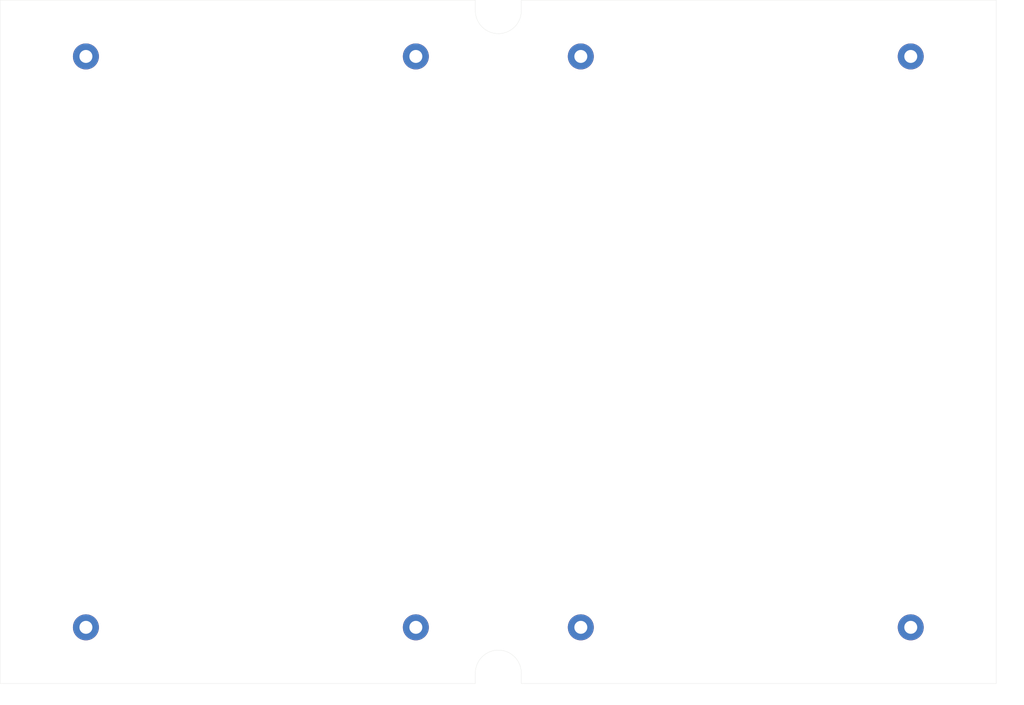
<source format=kicad_pcb>
(kicad_pcb (version 20171130) (host pcbnew "(5.1.4)-1")

  (general
    (thickness 1.6)
    (drawings 14)
    (tracks 0)
    (zones 0)
    (modules 8)
    (nets 1)
  )

  (page A3)
  (layers
    (0 F.Cu signal)
    (31 B.Cu signal)
    (32 B.Adhes user)
    (33 F.Adhes user)
    (34 B.Paste user)
    (35 F.Paste user)
    (36 B.SilkS user)
    (37 F.SilkS user)
    (38 B.Mask user)
    (39 F.Mask user)
    (40 Dwgs.User user)
    (41 Cmts.User user)
    (42 Eco1.User user)
    (43 Eco2.User user)
    (44 Edge.Cuts user)
    (45 Margin user)
    (46 B.CrtYd user)
    (47 F.CrtYd user)
    (48 B.Fab user)
    (49 F.Fab user)
  )

  (setup
    (last_trace_width 0.25)
    (trace_clearance 0.2)
    (zone_clearance 0.508)
    (zone_45_only no)
    (trace_min 0.2)
    (via_size 0.8)
    (via_drill 0.4)
    (via_min_size 0.4)
    (via_min_drill 0.3)
    (uvia_size 0.3)
    (uvia_drill 0.1)
    (uvias_allowed no)
    (uvia_min_size 0.2)
    (uvia_min_drill 0.1)
    (edge_width 0.05)
    (segment_width 0.2)
    (pcb_text_width 0.3)
    (pcb_text_size 1.5 1.5)
    (mod_edge_width 0.12)
    (mod_text_size 1 1)
    (mod_text_width 0.15)
    (pad_size 7 7)
    (pad_drill 3.5)
    (pad_to_mask_clearance 0.051)
    (solder_mask_min_width 0.25)
    (aux_axis_origin 0 0)
    (visible_elements 7FFFFFFF)
    (pcbplotparams
      (layerselection 0x010fc_ffffffff)
      (usegerberextensions false)
      (usegerberattributes false)
      (usegerberadvancedattributes false)
      (creategerberjobfile false)
      (excludeedgelayer true)
      (linewidth 0.100000)
      (plotframeref false)
      (viasonmask false)
      (mode 1)
      (useauxorigin false)
      (hpglpennumber 1)
      (hpglpenspeed 20)
      (hpglpendiameter 15.000000)
      (psnegative false)
      (psa4output false)
      (plotreference true)
      (plotvalue true)
      (plotinvisibletext false)
      (padsonsilk false)
      (subtractmaskfromsilk false)
      (outputformat 1)
      (mirror false)
      (drillshape 1)
      (scaleselection 1)
      (outputdirectory ""))
  )

  (net 0 "")

  (net_class Default "This is the default net class."
    (clearance 0.2)
    (trace_width 0.25)
    (via_dia 0.8)
    (via_drill 0.4)
    (uvia_dia 0.3)
    (uvia_drill 0.1)
  )

  (module MountingHole:MountingHole_3.5mm_Pad (layer F.Cu) (tedit 5D744D3B) (tstamp 5D744DDF)
    (at 260.6 30.15)
    (descr "Mounting Hole 3.5mm")
    (tags "mounting hole 3.5mm")
    (attr virtual)
    (fp_text reference ~ (at 0 -4.5) (layer F.SilkS) hide
      (effects (font (size 1 1) (thickness 0.15)))
    )
    (fp_text value ~ (at 0 4.5) (layer F.Fab) hide
      (effects (font (size 1 1) (thickness 0.15)))
    )
    (fp_text user %R (at 0.3 0) (layer F.Fab)
      (effects (font (size 1 1) (thickness 0.15)))
    )
    (fp_circle (center 0 0) (end 3.5 0) (layer Cmts.User) (width 0.15))
    (fp_circle (center 0 0) (end 3.75 0) (layer F.CrtYd) (width 0.05))
    (pad ~ thru_hole circle (at 0 0) (size 7 7) (drill 3.5) (layers *.Cu *.Mask))
  )

  (module MountingHole:MountingHole_3.5mm_Pad (layer F.Cu) (tedit 5D744D3B) (tstamp 5D744DD0)
    (at 260.6 184.15)
    (descr "Mounting Hole 3.5mm")
    (tags "mounting hole 3.5mm")
    (attr virtual)
    (fp_text reference ~ (at 0 -4.5) (layer F.SilkS) hide
      (effects (font (size 1 1) (thickness 0.15)))
    )
    (fp_text value ~ (at 0 4.5) (layer F.Fab) hide
      (effects (font (size 1 1) (thickness 0.15)))
    )
    (fp_circle (center 0 0) (end 3.75 0) (layer F.CrtYd) (width 0.05))
    (fp_circle (center 0 0) (end 3.5 0) (layer Cmts.User) (width 0.15))
    (fp_text user %R (at 0.3 0) (layer F.Fab)
      (effects (font (size 1 1) (thickness 0.15)))
    )
    (pad ~ thru_hole circle (at 0 0) (size 7 7) (drill 3.5) (layers *.Cu *.Mask))
  )

  (module MountingHole:MountingHole_3.5mm_Pad (layer F.Cu) (tedit 5D744D3B) (tstamp 5D744DC1)
    (at 38.1 184.15)
    (descr "Mounting Hole 3.5mm")
    (tags "mounting hole 3.5mm")
    (attr virtual)
    (fp_text reference ~ (at 0 -4.5) (layer F.SilkS) hide
      (effects (font (size 1 1) (thickness 0.15)))
    )
    (fp_text value ~ (at 0 4.5) (layer F.Fab) hide
      (effects (font (size 1 1) (thickness 0.15)))
    )
    (fp_circle (center 0 0) (end 3.75 0) (layer F.CrtYd) (width 0.05))
    (fp_circle (center 0 0) (end 3.5 0) (layer Cmts.User) (width 0.15))
    (fp_text user %R (at 0.3 0) (layer F.Fab)
      (effects (font (size 1 1) (thickness 0.15)))
    )
    (pad ~ thru_hole circle (at 0 0) (size 7 7) (drill 3.5) (layers *.Cu *.Mask))
  )

  (module MountingHole:MountingHole_3.5mm_Pad (layer F.Cu) (tedit 5D744D3B) (tstamp 5D744DB1)
    (at 38.1 30.15)
    (descr "Mounting Hole 3.5mm")
    (tags "mounting hole 3.5mm")
    (attr virtual)
    (fp_text reference ~ (at 0 -4.5) (layer F.SilkS) hide
      (effects (font (size 1 1) (thickness 0.15)))
    )
    (fp_text value ~ (at 0 4.5) (layer F.Fab) hide
      (effects (font (size 1 1) (thickness 0.15)))
    )
    (fp_text user %R (at 0.3 0) (layer F.Fab)
      (effects (font (size 1 1) (thickness 0.15)))
    )
    (fp_circle (center 0 0) (end 3.5 0) (layer Cmts.User) (width 0.15))
    (fp_circle (center 0 0) (end 3.75 0) (layer F.CrtYd) (width 0.05))
    (pad ~ thru_hole circle (at 0 0) (size 7 7) (drill 3.5) (layers *.Cu *.Mask))
  )

  (module MountingHole:MountingHole_3.5mm_Pad (layer F.Cu) (tedit 5D744D3B) (tstamp 5D744D9A)
    (at 127.1 184.15)
    (descr "Mounting Hole 3.5mm")
    (tags "mounting hole 3.5mm")
    (attr virtual)
    (fp_text reference ~ (at 0 -4.5) (layer F.SilkS) hide
      (effects (font (size 1 1) (thickness 0.15)))
    )
    (fp_text value ~ (at 0 4.5) (layer F.Fab) hide
      (effects (font (size 1 1) (thickness 0.15)))
    )
    (fp_text user %R (at 0.3 0) (layer F.Fab)
      (effects (font (size 1 1) (thickness 0.15)))
    )
    (fp_circle (center 0 0) (end 3.5 0) (layer Cmts.User) (width 0.15))
    (fp_circle (center 0 0) (end 3.75 0) (layer F.CrtYd) (width 0.05))
    (pad ~ thru_hole circle (at 0 0) (size 7 7) (drill 3.5) (layers *.Cu *.Mask))
  )

  (module MountingHole:MountingHole_3.5mm_Pad (layer F.Cu) (tedit 5D744D3B) (tstamp 5D744D8C)
    (at 127.1 30.15)
    (descr "Mounting Hole 3.5mm")
    (tags "mounting hole 3.5mm")
    (attr virtual)
    (fp_text reference ~ (at 0 -4.5) (layer F.SilkS) hide
      (effects (font (size 1 1) (thickness 0.15)))
    )
    (fp_text value ~ (at 0 4.5) (layer F.Fab) hide
      (effects (font (size 1 1) (thickness 0.15)))
    )
    (fp_circle (center 0 0) (end 3.75 0) (layer F.CrtYd) (width 0.05))
    (fp_circle (center 0 0) (end 3.5 0) (layer Cmts.User) (width 0.15))
    (fp_text user %R (at 0.3 0) (layer F.Fab)
      (effects (font (size 1 1) (thickness 0.15)))
    )
    (pad ~ thru_hole circle (at 0 0) (size 7 7) (drill 3.5) (layers *.Cu *.Mask))
  )

  (module MountingHole:MountingHole_3.5mm_Pad (layer F.Cu) (tedit 5D744D3B) (tstamp 5D744D6F)
    (at 171.6 184.15)
    (descr "Mounting Hole 3.5mm")
    (tags "mounting hole 3.5mm")
    (attr virtual)
    (fp_text reference ~ (at 0 -4.5) (layer F.SilkS) hide
      (effects (font (size 1 1) (thickness 0.15)))
    )
    (fp_text value ~ (at 0 4.5) (layer F.Fab) hide
      (effects (font (size 1 1) (thickness 0.15)))
    )
    (fp_text user %R (at 0.3 0) (layer F.Fab)
      (effects (font (size 1 1) (thickness 0.15)))
    )
    (fp_circle (center 0 0) (end 3.5 0) (layer Cmts.User) (width 0.15))
    (fp_circle (center 0 0) (end 3.75 0) (layer F.CrtYd) (width 0.05))
    (pad ~ thru_hole circle (at 0 0) (size 7 7) (drill 3.5) (layers *.Cu *.Mask))
  )

  (module MountingHole:MountingHole_3.5mm_Pad (layer F.Cu) (tedit 5D744D3B) (tstamp 5D744D40)
    (at 171.6 30.15)
    (descr "Mounting Hole 3.5mm")
    (tags "mounting hole 3.5mm")
    (attr virtual)
    (fp_text reference ~ (at 0 -4.5) (layer F.SilkS) hide
      (effects (font (size 1 1) (thickness 0.15)))
    )
    (fp_text value ~ (at 0 4.5) (layer F.Fab) hide
      (effects (font (size 1 1) (thickness 0.15)))
    )
    (fp_circle (center 0 0) (end 3.75 0) (layer F.CrtYd) (width 0.05))
    (fp_circle (center 0 0) (end 3.5 0) (layer Cmts.User) (width 0.15))
    (fp_text user %R (at 0.3 0) (layer F.Fab)
      (effects (font (size 1 1) (thickness 0.15)))
    )
    (pad ~ thru_hole circle (at 0 0) (size 7 7) (drill 3.5) (layers *.Cu *.Mask))
  )

  (gr_arc (start 149.35 196.5) (end 155.55 196.5) (angle -180) (layer Edge.Cuts) (width 0.05) (tstamp 5D744D08))
  (gr_line (start 155.55 199.3) (end 283.7 199.3) (layer Edge.Cuts) (width 0.05) (tstamp 5D744D02))
  (gr_line (start 143.15 196.5) (end 143.15 199.3) (layer Edge.Cuts) (width 0.05) (tstamp 5D744CED))
  (gr_line (start 155.55 196.5) (end 155.55 199.3) (layer Edge.Cuts) (width 0.05) (tstamp 5D744CE2))
  (gr_arc (start 149.35 17.8) (end 143.15 17.8) (angle -180) (layer Edge.Cuts) (width 0.05))
  (gr_line (start 155.55 15) (end 283.7 15) (layer Edge.Cuts) (width 0.05) (tstamp 5D744CB3))
  (gr_line (start 143.15 15) (end 143.15 17.8) (layer Edge.Cuts) (width 0.05) (tstamp 5D744C9F))
  (gr_line (start 155.55 15) (end 155.55 17.8) (layer Edge.Cuts) (width 0.05))
  (dimension 268.7 (width 0.15) (layer Dwgs.User)
    (gr_text "268,700 mm" (at 149.35 205.8) (layer Dwgs.User)
      (effects (font (size 1 1) (thickness 0.15)))
    )
    (feature1 (pts (xy 15 199.3) (xy 15 205.086421)))
    (feature2 (pts (xy 283.7 199.3) (xy 283.7 205.086421)))
    (crossbar (pts (xy 283.7 204.5) (xy 15 204.5)))
    (arrow1a (pts (xy 15 204.5) (xy 16.126504 203.913579)))
    (arrow1b (pts (xy 15 204.5) (xy 16.126504 205.086421)))
    (arrow2a (pts (xy 283.7 204.5) (xy 282.573496 203.913579)))
    (arrow2b (pts (xy 283.7 204.5) (xy 282.573496 205.086421)))
  )
  (dimension 184.3 (width 0.15) (layer Dwgs.User)
    (gr_text "184,300 mm" (at 289.8 107.15 270) (layer Dwgs.User)
      (effects (font (size 1 1) (thickness 0.15)))
    )
    (feature1 (pts (xy 283.7 199.3) (xy 289.086421 199.3)))
    (feature2 (pts (xy 283.7 15) (xy 289.086421 15)))
    (crossbar (pts (xy 288.5 15) (xy 288.5 199.3)))
    (arrow1a (pts (xy 288.5 199.3) (xy 287.913579 198.173496)))
    (arrow1b (pts (xy 288.5 199.3) (xy 289.086421 198.173496)))
    (arrow2a (pts (xy 288.5 15) (xy 287.913579 16.126504)))
    (arrow2b (pts (xy 288.5 15) (xy 289.086421 16.126504)))
  )
  (gr_line (start 283.7 15) (end 283.7 199.3) (layer Edge.Cuts) (width 0.05) (tstamp 5D744BF1))
  (gr_line (start 15 15) (end 15 199.3) (layer Edge.Cuts) (width 0.05))
  (gr_line (start 15 199.3) (end 143.15 199.3) (layer Edge.Cuts) (width 0.05) (tstamp 5D744BD0))
  (gr_line (start 15 15) (end 143.15 15) (layer Edge.Cuts) (width 0.05))

)

</source>
